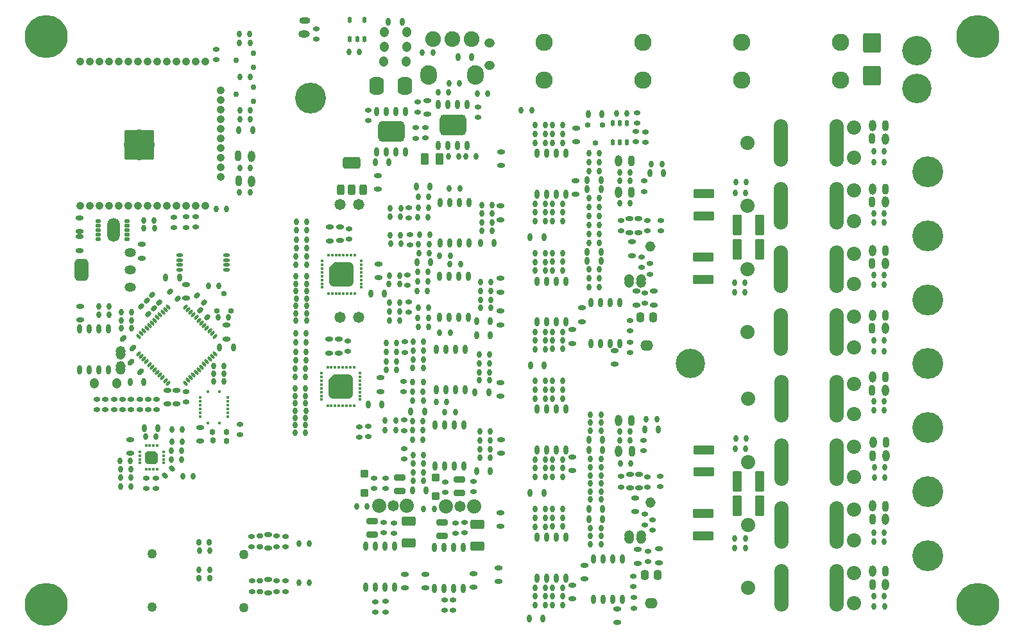
<source format=gbr>
%TF.GenerationSoftware,KiCad,Pcbnew,8.0.3*%
%TF.CreationDate,2024-09-02T13:54:09+02:00*%
%TF.ProjectId,uberamp1,75626572-616d-4703-912e-6b696361645f,rev?*%
%TF.SameCoordinates,Original*%
%TF.FileFunction,Soldermask,Top*%
%TF.FilePolarity,Negative*%
%FSLAX46Y46*%
G04 Gerber Fmt 4.6, Leading zero omitted, Abs format (unit mm)*
G04 Created by KiCad (PCBNEW 8.0.3) date 2024-09-02 13:54:09*
%MOMM*%
%LPD*%
G01*
G04 APERTURE LIST*
G04 Aperture macros list*
%AMRoundRect*
0 Rectangle with rounded corners*
0 $1 Rounding radius*
0 $2 $3 $4 $5 $6 $7 $8 $9 X,Y pos of 4 corners*
0 Add a 4 corners polygon primitive as box body*
4,1,4,$2,$3,$4,$5,$6,$7,$8,$9,$2,$3,0*
0 Add four circle primitives for the rounded corners*
1,1,$1+$1,$2,$3*
1,1,$1+$1,$4,$5*
1,1,$1+$1,$6,$7*
1,1,$1+$1,$8,$9*
0 Add four rect primitives between the rounded corners*
20,1,$1+$1,$2,$3,$4,$5,0*
20,1,$1+$1,$4,$5,$6,$7,0*
20,1,$1+$1,$6,$7,$8,$9,0*
20,1,$1+$1,$8,$9,$2,$3,0*%
%AMHorizOval*
0 Thick line with rounded ends*
0 $1 width*
0 $2 $3 position (X,Y) of the first rounded end (center of the circle)*
0 $4 $5 position (X,Y) of the second rounded end (center of the circle)*
0 Add line between two ends*
20,1,$1,$2,$3,$4,$5,0*
0 Add two circle primitives to create the rounded ends*
1,1,$1,$2,$3*
1,1,$1,$4,$5*%
%AMFreePoly0*
4,1,47,1.088548,1.587834,1.174997,1.579727,1.183999,1.577761,1.314830,1.531982,1.324845,1.526689,1.436370,1.444380,1.444380,1.436370,1.526689,1.324845,1.531982,1.314830,1.577761,1.183999,1.579727,1.174997,1.587834,1.088548,1.588000,1.085000,1.588000,-1.085000,1.587834,-1.088548,1.579727,-1.174997,1.577761,-1.183999,1.531982,-1.314830,1.526689,-1.324845,1.444380,-1.436370,
1.436370,-1.444380,1.324845,-1.526689,1.314830,-1.531982,1.183999,-1.577761,1.174997,-1.579727,1.088548,-1.587834,1.085000,-1.588000,-1.085000,-1.588000,-1.088548,-1.587834,-1.174997,-1.579727,-1.183999,-1.577761,-1.314830,-1.531982,-1.324845,-1.526689,-1.436370,-1.444380,-1.444380,-1.436370,-1.526689,-1.324845,-1.531982,-1.314830,-1.577761,-1.183999,-1.579727,-1.174997,-1.587834,-1.088548,
-1.588000,-1.085000,-1.588000,0.930000,-1.576870,0.956870,-0.956870,1.576870,-0.930000,1.588000,1.085000,1.588000,1.088548,1.587834,1.088548,1.587834,$1*%
%AMFreePoly1*
4,1,41,0.405944,0.837532,0.529551,0.817955,0.540859,0.814281,0.652366,0.757465,0.661984,0.750477,0.750477,0.661984,0.757465,0.652366,0.814281,0.540859,0.817955,0.529551,0.837532,0.405944,0.838000,0.400000,0.838000,-0.400000,0.837532,-0.405944,0.817955,-0.529551,0.814281,-0.540859,0.757465,-0.652366,0.750477,-0.661984,0.661984,-0.750477,0.652366,-0.757465,0.540859,-0.814281,
0.529551,-0.817955,0.405944,-0.837532,0.400000,-0.838000,-0.400000,-0.838000,-0.405944,-0.837532,-0.529551,-0.817955,-0.540859,-0.814281,-0.652366,-0.757465,-0.661984,-0.750477,-0.750477,-0.661984,-0.757465,-0.652366,-0.814281,-0.540859,-0.817955,-0.529551,-0.837532,-0.405944,-0.838000,-0.400000,-0.838000,0.480000,-0.826870,0.506870,-0.506870,0.826870,-0.480000,0.838000,0.400000,0.838000,
0.405944,0.837532,0.405944,0.837532,$1*%
%AMFreePoly2*
4,1,41,0.408445,0.842532,0.532824,0.822832,0.544131,0.819158,0.656336,0.761987,0.665954,0.754999,0.754999,0.665954,0.761987,0.656336,0.819158,0.544131,0.822832,0.532824,0.842532,0.408445,0.843000,0.402500,0.843000,-0.402500,0.842532,-0.408445,0.822832,-0.532824,0.819158,-0.544131,0.761987,-0.656336,0.754999,-0.665954,0.665954,-0.754999,0.656336,-0.761987,0.544131,-0.819158,
0.532824,-0.822832,0.408445,-0.842532,0.402500,-0.843000,-0.402500,-0.843000,-0.408445,-0.842532,-0.532824,-0.822832,-0.544131,-0.819158,-0.656336,-0.761987,-0.665954,-0.754999,-0.754999,-0.665954,-0.761987,-0.656336,-0.819158,-0.544131,-0.822832,-0.532824,-0.842532,-0.408445,-0.843000,-0.402500,-0.843000,0.483000,-0.831870,0.509870,-0.509870,0.831870,-0.483000,0.843000,0.402500,0.843000,
0.408445,0.842532,0.408445,0.842532,$1*%
G04 Aperture macros list end*
%ADD10C,0.650000*%
%ADD11C,0.690312*%
%ADD12RoundRect,0.242400X0.185600X-0.060600X0.185600X0.060600X-0.185600X0.060600X-0.185600X-0.060600X0*%
%ADD13O,0.886000X1.466000*%
%ADD14O,0.946000X1.486000*%
%ADD15RoundRect,0.242400X-0.060600X-0.185600X0.060600X-0.185600X0.060600X0.185600X-0.060600X0.185600X0*%
%ADD16RoundRect,0.240400X-0.231719X-0.146725X-0.146725X-0.231719X0.231719X0.146725X0.146725X0.231719X0*%
%ADD17RoundRect,0.242400X0.060600X0.185600X-0.060600X0.185600X-0.060600X-0.185600X0.060600X-0.185600X0*%
%ADD18RoundRect,0.240400X-0.267600X0.060100X-0.267600X-0.060100X0.267600X-0.060100X0.267600X0.060100X0*%
%ADD19RoundRect,0.207729X0.089027X-0.151527X0.089027X0.151527X-0.089027X0.151527X-0.089027X-0.151527X0*%
%ADD20RoundRect,0.240400X-0.060100X-0.267600X0.060100X-0.267600X0.060100X0.267600X-0.060100X0.267600X0*%
%ADD21O,1.226000X1.376000*%
%ADD22O,0.625996X1.205996*%
%ADD23RoundRect,0.240400X0.231719X0.146725X0.146725X0.231719X-0.231719X-0.146725X-0.146725X-0.231719X0*%
%ADD24C,3.676000*%
%ADD25C,5.676000*%
%ADD26RoundRect,0.242400X-0.185600X0.060600X-0.185600X-0.060600X0.185600X-0.060600X0.185600X0.060600X0*%
%ADD27RoundRect,0.250800X0.514700X-0.167200X0.514700X0.167200X-0.514700X0.167200X-0.514700X-0.167200X0*%
%ADD28RoundRect,0.250800X0.519700X-0.167200X0.519700X0.167200X-0.519700X0.167200X-0.519700X-0.167200X0*%
%ADD29C,4.076000*%
%ADD30RoundRect,0.240400X0.060100X0.267600X-0.060100X0.267600X-0.060100X-0.267600X0.060100X-0.267600X0*%
%ADD31RoundRect,0.169000X-0.169000X-0.219000X0.169000X-0.219000X0.169000X0.219000X-0.169000X0.219000X0*%
%ADD32RoundRect,0.242400X0.174090X0.088388X0.088388X0.174090X-0.174090X-0.088388X-0.088388X-0.174090X0*%
%ADD33RoundRect,0.240400X0.267600X-0.060100X0.267600X0.060100X-0.267600X0.060100X-0.267600X-0.060100X0*%
%ADD34RoundRect,0.432659X-0.108165X0.230341X-0.108165X-0.230341X0.108165X-0.230341X0.108165X0.230341X0*%
%ADD35O,1.665972X1.406000*%
%ADD36RoundRect,0.266521X0.671479X-0.346479X0.671479X0.346479X-0.671479X0.346479X-0.671479X-0.346479X0*%
%ADD37C,1.076000*%
%ADD38RoundRect,0.038000X1.900000X-1.900000X1.900000X1.900000X-1.900000X1.900000X-1.900000X-1.900000X0*%
%ADD39O,0.735998X0.845998*%
%ADD40O,1.876000X6.276000*%
%ADD41C,0.426000*%
%ADD42FreePoly0,0.000000*%
%ADD43C,3.276000*%
%ADD44RoundRect,0.242400X-0.088388X0.174090X-0.174090X0.088388X0.088388X-0.174090X0.174090X-0.088388X0*%
%ADD45RoundRect,0.169000X-0.219000X0.169000X-0.219000X-0.169000X0.219000X-0.169000X0.219000X0.169000X0*%
%ADD46O,0.576000X0.816000*%
%ADD47O,1.466000X0.886000*%
%ADD48O,1.486000X0.946000*%
%ADD49O,0.776000X0.526000*%
%ADD50O,1.676000X3.076000*%
%ADD51C,1.676000*%
%ADD52RoundRect,0.269000X0.269000X-0.269000X0.269000X0.269000X-0.269000X0.269000X-0.269000X-0.269000X0*%
%ADD53RoundRect,0.242400X-0.174090X-0.088388X-0.088388X-0.174090X0.174090X0.088388X0.088388X0.174090X0*%
%ADD54RoundRect,0.207729X-0.151527X-0.089027X0.151527X-0.089027X0.151527X0.089027X-0.151527X0.089027X0*%
%ADD55RoundRect,0.266521X-0.346479X-1.121479X0.346479X-1.121479X0.346479X1.121479X-0.346479X1.121479X0*%
%ADD56RoundRect,0.555200X1.182800X-0.832800X1.182800X0.832800X-1.182800X0.832800X-1.182800X-0.832800X0*%
%ADD57RoundRect,0.207729X0.151527X0.089027X-0.151527X0.089027X-0.151527X-0.089027X0.151527X-0.089027X0*%
%ADD58RoundRect,0.266521X1.121479X-0.346479X1.121479X0.346479X-1.121479X0.346479X-1.121479X-0.346479X0*%
%ADD59RoundRect,0.266521X-1.121479X0.346479X-1.121479X-0.346479X1.121479X-0.346479X1.121479X0.346479X0*%
%ADD60O,1.376000X1.226000*%
%ADD61FreePoly1,270.000000*%
%ADD62FreePoly2,270.000000*%
%ADD63RoundRect,0.244000X0.244000X-0.444000X0.244000X0.444000X-0.244000X0.444000X-0.244000X-0.444000X0*%
%ADD64RoundRect,0.400000X-0.781000X-0.400000X0.781000X-0.400000X0.781000X0.400000X-0.781000X0.400000X0*%
%ADD65RoundRect,0.258261X-0.929739X1.029739X-0.929739X-1.029739X0.929739X-1.029739X0.929739X1.029739X0*%
%ADD66C,3.876000*%
%ADD67RoundRect,0.667800X-0.286200X0.513200X-0.286200X-0.513200X0.286200X-0.513200X0.286200X0.513200X0*%
%ADD68HorizOval,0.386000X-0.134350X0.134350X0.134350X-0.134350X0*%
%ADD69HorizOval,0.386000X-0.134350X-0.134350X0.134350X0.134350X0*%
%ADD70O,0.866000X0.516000*%
%ADD71O,1.521000X1.176000*%
%ADD72RoundRect,0.446500X0.446500X0.991500X-0.446500X0.991500X-0.446500X-0.991500X0.446500X-0.991500X0*%
%ADD73RoundRect,0.269000X0.269000X0.494000X-0.269000X0.494000X-0.269000X-0.494000X0.269000X-0.494000X0*%
%ADD74C,1.876000*%
%ADD75C,1.576000*%
%ADD76C,2.276000*%
%ADD77O,2.213656X2.584714*%
%ADD78C,3.886000*%
%ADD79C,1.476000*%
%ADD80C,1.276000*%
%ADD81C,1.376000*%
%ADD82C,1.776000*%
%ADD83C,2.076000*%
G04 APERTURE END LIST*
%TO.C,JP2*%
D10*
X92365000Y-60030000D02*
G75*
G02*
X91715000Y-60030000I-325000J0D01*
G01*
X91715000Y-60030000D02*
G75*
G02*
X92365000Y-60030000I325000J0D01*
G01*
X92365000Y-60490000D02*
G75*
G02*
X91715000Y-60490000I-325000J0D01*
G01*
X91715000Y-60490000D02*
G75*
G02*
X92365000Y-60490000I325000J0D01*
G01*
%TO.C,JP4*%
D11*
X95197656Y-89525000D02*
G75*
G02*
X94507344Y-89525000I-345156J0D01*
G01*
X94507344Y-89525000D02*
G75*
G02*
X95197656Y-89525000I345156J0D01*
G01*
%TO.C,JP5*%
D10*
X92377500Y-93855000D02*
G75*
G02*
X91727500Y-93855000I-325000J0D01*
G01*
X91727500Y-93855000D02*
G75*
G02*
X92377500Y-93855000I325000J0D01*
G01*
X92377500Y-94315000D02*
G75*
G02*
X91727500Y-94315000I-325000J0D01*
G01*
X91727500Y-94315000D02*
G75*
G02*
X92377500Y-94315000I325000J0D01*
G01*
%TO.C,JP3*%
D11*
X95185156Y-55700000D02*
G75*
G02*
X94494844Y-55700000I-345156J0D01*
G01*
X94494844Y-55700000D02*
G75*
G02*
X95185156Y-55700000I345156J0D01*
G01*
%TO.C,JP6*%
D10*
X93957500Y-93855000D02*
G75*
G02*
X93307500Y-93855000I-325000J0D01*
G01*
X93307500Y-93855000D02*
G75*
G02*
X93957500Y-93855000I325000J0D01*
G01*
X93957500Y-94315000D02*
G75*
G02*
X93307500Y-94315000I-325000J0D01*
G01*
X93307500Y-94315000D02*
G75*
G02*
X93957500Y-94315000I325000J0D01*
G01*
%TO.C,JP1*%
X93945000Y-60030000D02*
G75*
G02*
X93295000Y-60030000I-325000J0D01*
G01*
X93295000Y-60030000D02*
G75*
G02*
X93945000Y-60030000I325000J0D01*
G01*
X93945000Y-60490000D02*
G75*
G02*
X93295000Y-60490000I-325000J0D01*
G01*
X93295000Y-60490000D02*
G75*
G02*
X93945000Y-60490000I325000J0D01*
G01*
%TO.C,JP8*%
X25260001Y-71500000D02*
G75*
G02*
X24610001Y-71500000I-325000J0D01*
G01*
X24610001Y-71500000D02*
G75*
G02*
X25260001Y-71500000I325000J0D01*
G01*
X25260001Y-71960000D02*
G75*
G02*
X24610001Y-71960000I-325000J0D01*
G01*
X24610001Y-71960000D02*
G75*
G02*
X25260001Y-71960000I325000J0D01*
G01*
%TO.C,JP7*%
X25263003Y-69520000D02*
G75*
G02*
X24613003Y-69520000I-325000J0D01*
G01*
X24613003Y-69520000D02*
G75*
G02*
X25263003Y-69520000I325000J0D01*
G01*
X25263003Y-69980000D02*
G75*
G02*
X24613003Y-69980000I-325000J0D01*
G01*
X24613003Y-69980000D02*
G75*
G02*
X25263003Y-69980000I325000J0D01*
G01*
%TD*%
D12*
%TO.C,R211*%
X50780000Y-28295000D03*
X50780000Y-26925000D03*
%TD*%
D13*
%TO.C,D6*%
X125895000Y-48135000D03*
D14*
X124155000Y-48125000D03*
%TD*%
D15*
%TO.C,R243*%
X40645000Y-28810000D03*
X42015000Y-28810000D03*
%TD*%
%TO.C,R173*%
X63465000Y-80000000D03*
X64835000Y-80000000D03*
%TD*%
%TO.C,R7*%
X90785000Y-45910000D03*
X92155000Y-45910000D03*
%TD*%
D16*
%TO.C,C78*%
X25276533Y-67856533D03*
X26563467Y-69143467D03*
%TD*%
D15*
%TO.C,C119*%
X67735000Y-77560000D03*
X69105000Y-77560000D03*
%TD*%
%TO.C,C121*%
X63525000Y-86650000D03*
X64895000Y-86650000D03*
%TD*%
%TO.C,R114*%
X64260000Y-55370000D03*
X65630000Y-55370000D03*
%TD*%
D17*
%TO.C,R18*%
X88125000Y-58747140D03*
X86755000Y-58747140D03*
%TD*%
D15*
%TO.C,R168*%
X72285000Y-72320000D03*
X73655000Y-72320000D03*
%TD*%
D18*
%TO.C,C102*%
X75120000Y-81210000D03*
X75120000Y-83030000D03*
%TD*%
D17*
%TO.C,C33*%
X125695000Y-52540000D03*
X124325000Y-52540000D03*
%TD*%
D19*
%TO.C,Q3*%
X42470000Y-32060000D03*
X40148756Y-31111256D03*
X42470000Y-30160000D03*
%TD*%
D20*
%TO.C,C109*%
X57590000Y-76612651D03*
X59410000Y-76612651D03*
%TD*%
D21*
%TO.C,C142*%
X24445000Y-73805000D03*
X21495000Y-73805000D03*
%TD*%
D18*
%TO.C,C99*%
X75100000Y-64240000D03*
X75100000Y-66060000D03*
%TD*%
D17*
%TO.C,R227*%
X36685000Y-95900000D03*
X35315000Y-95900000D03*
%TD*%
D13*
%TO.C,LED3*%
X92385000Y-82775000D03*
D14*
X90645000Y-82765000D03*
%TD*%
D22*
%TO.C,U8*%
X61124998Y-95320000D03*
X59855000Y-95320000D03*
X58585000Y-95320000D03*
X57315000Y-95320000D03*
X57315000Y-100700000D03*
X58585000Y-100700000D03*
X59855000Y-100700000D03*
X61125000Y-100700000D03*
%TD*%
D15*
%TO.C,R34*%
X77805000Y-37740000D03*
X79175000Y-37740000D03*
%TD*%
D23*
%TO.C,C143*%
X27563467Y-72273467D03*
X26276533Y-70986533D03*
%TD*%
D17*
%TO.C,R100*%
X57465000Y-90040000D03*
X56095000Y-90040000D03*
%TD*%
D24*
%TO.C,H3*%
X15080000Y-102960000D03*
D25*
X15080000Y-102960000D03*
%TD*%
D15*
%TO.C,R164*%
X63505000Y-73590000D03*
X64875000Y-73590000D03*
%TD*%
D26*
%TO.C,R142*%
X55060000Y-53375000D03*
X55060000Y-54745000D03*
%TD*%
D17*
%TO.C,R88*%
X83265000Y-103033334D03*
X81895000Y-103033334D03*
%TD*%
D27*
%TO.C,C69*%
X69670000Y-88280000D03*
D28*
X69670000Y-86480000D03*
%TD*%
D17*
%TO.C,R62*%
X83265000Y-57730000D03*
X81895000Y-57730000D03*
%TD*%
D24*
%TO.C,H4*%
X138080000Y-27960000D03*
D25*
X138080000Y-27960000D03*
%TD*%
D20*
%TO.C,C37*%
X86730000Y-81249998D03*
X88550000Y-81249998D03*
%TD*%
D15*
%TO.C,R140*%
X48095000Y-64510000D03*
X49465000Y-64510000D03*
%TD*%
%TO.C,R161*%
X63525000Y-70640000D03*
X64895000Y-70640000D03*
%TD*%
%TO.C,C122*%
X72355000Y-83570000D03*
X73725000Y-83570000D03*
%TD*%
%TO.C,R170*%
X59865000Y-79940000D03*
X61235000Y-79940000D03*
%TD*%
D29*
%TO.C,TP16*%
X131490000Y-45810000D03*
%TD*%
D15*
%TO.C,C116*%
X72285000Y-73380000D03*
X73655000Y-73380000D03*
%TD*%
D18*
%TO.C,CU28_3*%
X19540000Y-54420000D03*
X19540000Y-56240000D03*
%TD*%
D17*
%TO.C,R191*%
X23435000Y-63610000D03*
X22065000Y-63610000D03*
%TD*%
D26*
%TO.C,R25*%
X93660000Y-57125000D03*
X93660000Y-58495000D03*
%TD*%
D17*
%TO.C,R90*%
X83265000Y-101873334D03*
X81895000Y-101873334D03*
%TD*%
D15*
%TO.C,R110*%
X64160000Y-51820000D03*
X65530000Y-51820000D03*
%TD*%
D17*
%TO.C,R22*%
X96360000Y-44825000D03*
X94990000Y-44825000D03*
%TD*%
D30*
%TO.C,CRD0*%
X65790000Y-47820000D03*
X63970000Y-47820000D03*
%TD*%
D18*
%TO.C,C2*%
X95330000Y-61620000D03*
X95330000Y-63440000D03*
%TD*%
D26*
%TO.C,C111*%
X62490000Y-68315000D03*
X62490000Y-69685000D03*
%TD*%
D31*
%TO.C,D19*%
X36660000Y-94817500D03*
X35260000Y-94817500D03*
%TD*%
D15*
%TO.C,C138*%
X25025000Y-65470000D03*
X26395000Y-65470000D03*
%TD*%
D17*
%TO.C,C58*%
X107497500Y-81025000D03*
X106127500Y-81025000D03*
%TD*%
D15*
%TO.C,R174*%
X63435000Y-81260000D03*
X64805000Y-81260000D03*
%TD*%
D22*
%TO.C,U5*%
X83664998Y-77206666D03*
X82395000Y-77206666D03*
X81125000Y-77206666D03*
X79855000Y-77206666D03*
X79855000Y-82586666D03*
X81125000Y-82586666D03*
X82395000Y-82586666D03*
X83665000Y-82586666D03*
%TD*%
%TO.C,U3*%
X91187498Y-96945000D03*
X89917500Y-96945000D03*
X88647500Y-96945000D03*
X87377500Y-96945000D03*
X87377500Y-102325000D03*
X88647500Y-102325000D03*
X89917500Y-102325000D03*
X91187500Y-102325000D03*
%TD*%
D17*
%TO.C,R60*%
X83265000Y-56560000D03*
X81895000Y-56560000D03*
%TD*%
D30*
%TO.C,CU20*%
X62110000Y-26020000D03*
X60290000Y-26020000D03*
%TD*%
D12*
%TO.C,C42*%
X93950000Y-82675000D03*
X93950000Y-81305000D03*
%TD*%
%TO.C,R215*%
X31930000Y-53195000D03*
X31930000Y-51825000D03*
%TD*%
D15*
%TO.C,R137*%
X48105000Y-62570000D03*
X49475000Y-62570000D03*
%TD*%
%TO.C,R87*%
X79645000Y-103043334D03*
X81015000Y-103043334D03*
%TD*%
D32*
%TO.C,R192*%
X28604368Y-64594368D03*
X27635632Y-63625632D03*
%TD*%
D15*
%TO.C,C90*%
X67050000Y-56900000D03*
X68420000Y-56900000D03*
%TD*%
D18*
%TO.C,CU23*%
X27710000Y-55430000D03*
X27710000Y-57250000D03*
%TD*%
D12*
%TO.C,R20*%
X94430000Y-53630000D03*
X94430000Y-52260000D03*
%TD*%
D15*
%TO.C,C113*%
X63535000Y-68260000D03*
X64905000Y-68260000D03*
%TD*%
D17*
%TO.C,R40*%
X88325000Y-93963324D03*
X86955000Y-93963324D03*
%TD*%
D15*
%TO.C,R150*%
X47995000Y-79322651D03*
X49365000Y-79322651D03*
%TD*%
D29*
%TO.C,TP21*%
X131490000Y-71194998D03*
%TD*%
D17*
%TO.C,C66*%
X125735000Y-94680000D03*
X124365000Y-94680000D03*
%TD*%
%TO.C,R80*%
X83265000Y-39663334D03*
X81895000Y-39663334D03*
%TD*%
D15*
%TO.C,R213*%
X40675000Y-37750000D03*
X42045000Y-37750000D03*
%TD*%
%TO.C,C91*%
X72625000Y-53670000D03*
X73995000Y-53670000D03*
%TD*%
D33*
%TO.C,CU10*%
X58930000Y-48160000D03*
X58930000Y-46340000D03*
%TD*%
D15*
%TO.C,R180*%
X72355000Y-82510000D03*
X73725000Y-82510000D03*
%TD*%
D17*
%TO.C,R146*%
X49415000Y-70692651D03*
X48045000Y-70692651D03*
%TD*%
D15*
%TO.C,R163*%
X63485000Y-74840000D03*
X64855000Y-74840000D03*
%TD*%
D26*
%TO.C,R151*%
X54900000Y-68175000D03*
X54900000Y-69545000D03*
%TD*%
D15*
%TO.C,R107*%
X60540000Y-50640000D03*
X61910000Y-50640000D03*
%TD*%
D17*
%TO.C,R78*%
X83265000Y-73456666D03*
X81895000Y-73456666D03*
%TD*%
D26*
%TO.C,R233*%
X29715000Y-75920000D03*
X29715000Y-77290000D03*
%TD*%
D30*
%TO.C,C154*%
X29870000Y-79670000D03*
X28050000Y-79670000D03*
%TD*%
D17*
%TO.C,C32*%
X125695000Y-60730000D03*
X124325000Y-60730000D03*
%TD*%
D15*
%TO.C,R122*%
X64110000Y-60350000D03*
X65480000Y-60350000D03*
%TD*%
%TO.C,R109*%
X64190000Y-50560000D03*
X65560000Y-50560000D03*
%TD*%
D12*
%TO.C,R104*%
X59870000Y-103975000D03*
X59870000Y-102605000D03*
%TD*%
D30*
%TO.C,CU30*%
X32700000Y-59810000D03*
X30880000Y-59810000D03*
%TD*%
D17*
%TO.C,R132*%
X49515000Y-55880000D03*
X48145000Y-55880000D03*
%TD*%
D20*
%TO.C,C16*%
X86515000Y-48152856D03*
X88335000Y-48152856D03*
%TD*%
D17*
%TO.C,R17*%
X88125000Y-55232856D03*
X86755000Y-55232856D03*
%TD*%
D13*
%TO.C,D10*%
X124135000Y-91715000D03*
D14*
X125875000Y-91725000D03*
%TD*%
D15*
%TO.C,R165*%
X63525000Y-69500000D03*
X64895000Y-69500000D03*
%TD*%
D17*
%TO.C,R75*%
X66315000Y-90400000D03*
X64945000Y-90400000D03*
%TD*%
D18*
%TO.C,CU22*%
X38940000Y-66110000D03*
X38940000Y-67930000D03*
%TD*%
D15*
%TO.C,R175*%
X63525000Y-84350000D03*
X64895000Y-84350000D03*
%TD*%
%TO.C,R61*%
X79645000Y-57740000D03*
X81015000Y-57740000D03*
%TD*%
D18*
%TO.C,C137*%
X31110000Y-74680000D03*
X31110000Y-76500000D03*
%TD*%
%TO.C,C108*%
X59260000Y-73040000D03*
X59260000Y-74860000D03*
%TD*%
%TO.C,C107*%
X52470000Y-67950000D03*
X52470000Y-69770000D03*
%TD*%
D15*
%TO.C,R129*%
X72405000Y-62770000D03*
X73775000Y-62770000D03*
%TD*%
D17*
%TO.C,R27*%
X125695000Y-59460000D03*
X124325000Y-59460000D03*
%TD*%
D32*
%TO.C,R194*%
X30034368Y-63104368D03*
X29065632Y-62135632D03*
%TD*%
D33*
%TO.C,C133*%
X33590000Y-62530000D03*
X33590000Y-60710000D03*
%TD*%
D15*
%TO.C,R116*%
X64280000Y-56580000D03*
X65650000Y-56580000D03*
%TD*%
D20*
%TO.C,C82*%
X38000000Y-69070000D03*
X39820000Y-69070000D03*
%TD*%
D26*
%TO.C,R237*%
X25192142Y-75920000D03*
X25192142Y-77290000D03*
%TD*%
D18*
%TO.C,C147*%
X44410000Y-99670000D03*
X44410000Y-101490000D03*
%TD*%
D15*
%TO.C,R128*%
X64200000Y-66370000D03*
X65570000Y-66370000D03*
%TD*%
D24*
%TO.C,H2*%
X138080000Y-102960000D03*
D25*
X138080000Y-102960000D03*
%TD*%
D13*
%TO.C,D12*%
X124125000Y-74690000D03*
D14*
X125865000Y-74700000D03*
%TD*%
D12*
%TO.C,R187*%
X64140000Y-37985000D03*
X64140000Y-36615000D03*
%TD*%
D17*
%TO.C,C5*%
X88110000Y-43410000D03*
X86740000Y-43410000D03*
%TD*%
D15*
%TO.C,R115*%
X64380000Y-54100000D03*
X65750000Y-54100000D03*
%TD*%
D33*
%TO.C,C97*%
X75070000Y-52180000D03*
X75070000Y-50360000D03*
%TD*%
D13*
%TO.C,D8*%
X125895000Y-39760000D03*
D14*
X124155000Y-39750000D03*
%TD*%
D17*
%TO.C,C41*%
X88325000Y-95030000D03*
X86955000Y-95030000D03*
%TD*%
D20*
%TO.C,C47*%
X86730000Y-91689992D03*
X88550000Y-91689992D03*
%TD*%
D15*
%TO.C,R182*%
X72035000Y-35530000D03*
X73405000Y-35530000D03*
%TD*%
%TO.C,R117*%
X72625000Y-52523332D03*
X73995000Y-52523332D03*
%TD*%
D26*
%TO.C,R190*%
X33610000Y-74895000D03*
X33610000Y-76265000D03*
%TD*%
D13*
%TO.C,D9*%
X124135000Y-100350000D03*
D14*
X125875000Y-100360000D03*
%TD*%
D17*
%TO.C,C34*%
X125695000Y-44570000D03*
X124325000Y-44570000D03*
%TD*%
D33*
%TO.C,C81*%
X85090000Y-41895001D03*
X85090000Y-40075001D03*
%TD*%
D29*
%TO.C,TP18*%
X131490000Y-79656664D03*
%TD*%
D15*
%TO.C,R108*%
X72625000Y-51376666D03*
X73995000Y-51376666D03*
%TD*%
%TO.C,R155*%
X47985000Y-76432651D03*
X49355000Y-76432651D03*
%TD*%
%TO.C,R125*%
X64185000Y-63760000D03*
X65555000Y-63760000D03*
%TD*%
D17*
%TO.C,R9*%
X92195000Y-50030000D03*
X90825000Y-50030000D03*
%TD*%
%TO.C,R29*%
X125705000Y-43150000D03*
X124335000Y-43150000D03*
%TD*%
%TO.C,R32*%
X88325000Y-80043332D03*
X86955000Y-80043332D03*
%TD*%
D15*
%TO.C,R120*%
X60395000Y-64280000D03*
X61765000Y-64280000D03*
%TD*%
D26*
%TO.C,R101*%
X59680000Y-92175000D03*
X59680000Y-93545000D03*
%TD*%
D15*
%TO.C,R63*%
X81895000Y-66990000D03*
X83265000Y-66990000D03*
%TD*%
%TO.C,R166*%
X72285000Y-71160000D03*
X73655000Y-71160000D03*
%TD*%
%TO.C,C20*%
X105990000Y-61725000D03*
X107360000Y-61725000D03*
%TD*%
%TO.C,R179*%
X63535000Y-85520000D03*
X64905000Y-85520000D03*
%TD*%
D18*
%TO.C,C13*%
X92980000Y-61620000D03*
X92980000Y-63440000D03*
%TD*%
D15*
%TO.C,R123*%
X64080000Y-61610000D03*
X65450000Y-61610000D03*
%TD*%
D18*
%TO.C,C43*%
X92880000Y-88920000D03*
X92880000Y-90740000D03*
%TD*%
D15*
%TO.C,R186*%
X25015000Y-66540000D03*
X26385000Y-66540000D03*
%TD*%
%TO.C,R58*%
X79645000Y-58910000D03*
X81015000Y-58910000D03*
%TD*%
D26*
%TO.C,R44*%
X94530000Y-95925000D03*
X94530000Y-97295000D03*
%TD*%
D15*
%TO.C,R119*%
X60365000Y-60680000D03*
X61735000Y-60680000D03*
%TD*%
D17*
%TO.C,R14*%
X88125000Y-59918568D03*
X86755000Y-59918568D03*
%TD*%
D15*
%TO.C,R159*%
X60005000Y-72040000D03*
X61375000Y-72040000D03*
%TD*%
D17*
%TO.C,R152*%
X49365000Y-71852651D03*
X47995000Y-71852651D03*
%TD*%
%TO.C,R229*%
X26300000Y-86230000D03*
X24930000Y-86230000D03*
%TD*%
%TO.C,R235*%
X33065000Y-81470000D03*
X31695000Y-81470000D03*
%TD*%
D15*
%TO.C,R54*%
X79645000Y-69250000D03*
X81015000Y-69250000D03*
%TD*%
D33*
%TO.C,CU8*%
X62420000Y-100790000D03*
X62420000Y-98970000D03*
%TD*%
D13*
%TO.C,D1*%
X124125000Y-66495000D03*
D14*
X125865000Y-66505000D03*
%TD*%
D15*
%TO.C,R177*%
X63485000Y-78760000D03*
X64855000Y-78760000D03*
%TD*%
D12*
%TO.C,C126*%
X57640000Y-39085000D03*
X57640000Y-37715000D03*
%TD*%
D30*
%TO.C,CU18_1*%
X71260000Y-30670000D03*
X69440000Y-30670000D03*
%TD*%
D15*
%TO.C,R82*%
X81895000Y-83886666D03*
X83265000Y-83886666D03*
%TD*%
D22*
%TO.C,U16*%
X70429998Y-69260000D03*
X69160000Y-69260000D03*
X67890000Y-69260000D03*
X66620000Y-69260000D03*
X66620000Y-74640000D03*
X67890000Y-74640000D03*
X69160000Y-74640000D03*
X70430000Y-74640000D03*
%TD*%
D34*
%TO.C,RV2*%
X94077500Y-99122500D03*
D35*
X94942493Y-102817500D03*
D34*
X95814652Y-99127500D03*
%TD*%
D36*
%TO.C,C76*%
X62920000Y-94895000D03*
X62920000Y-91945000D03*
%TD*%
D20*
%TO.C,C141*%
X26180000Y-73600000D03*
X28000000Y-73600000D03*
%TD*%
D13*
%TO.C,LED2*%
X92355000Y-48550000D03*
D14*
X90615000Y-48540000D03*
%TD*%
D30*
%TO.C,CU19_0*%
X60350000Y-44590000D03*
X58530000Y-44590000D03*
%TD*%
D17*
%TO.C,R11*%
X88110000Y-44595714D03*
X86740000Y-44595714D03*
%TD*%
D37*
%TO.C,U26*%
X19640000Y-50320000D03*
X20910000Y-50320000D03*
X22180000Y-50320000D03*
X23450000Y-50320000D03*
X24720000Y-50320000D03*
X25990000Y-50320000D03*
X27260000Y-50320000D03*
X28530000Y-50320000D03*
X29800000Y-50320000D03*
X31070000Y-50320000D03*
X32340000Y-50320000D03*
X33610000Y-50320000D03*
X34880000Y-50320000D03*
X36150000Y-50320000D03*
X38170000Y-46510000D03*
X38170000Y-45240000D03*
X38170000Y-43970000D03*
X38170000Y-42700000D03*
X38170000Y-41430000D03*
X38170000Y-40160000D03*
X38170000Y-38890000D03*
X38170000Y-37620000D03*
X38170000Y-36350000D03*
X38170000Y-35080000D03*
X36140000Y-31280000D03*
X34870000Y-31280000D03*
X33600000Y-31280000D03*
X32330000Y-31280000D03*
X31060000Y-31280000D03*
X29790000Y-31280000D03*
X28520000Y-31280000D03*
X27250000Y-31280000D03*
X25980000Y-31280000D03*
X24710000Y-31280000D03*
X23440000Y-31280000D03*
X22170000Y-31280000D03*
X20900000Y-31280000D03*
X19630000Y-31280000D03*
D38*
X27360000Y-42300000D03*
D29*
X27360000Y-42300000D03*
%TD*%
D17*
%TO.C,C144*%
X23410000Y-64750000D03*
X22040000Y-64750000D03*
%TD*%
D39*
%TO.C,U21*%
X37095000Y-81344349D03*
X38874999Y-81359348D03*
X38875000Y-80214349D03*
X37085000Y-80214349D03*
%TD*%
D17*
%TO.C,R67*%
X83265000Y-86136666D03*
X81895000Y-86136666D03*
%TD*%
D40*
%TO.C,C28*%
X119445000Y-58666666D03*
X112105000Y-58666666D03*
%TD*%
D20*
%TO.C,C18*%
X86530000Y-57575712D03*
X88350000Y-57575712D03*
%TD*%
D17*
%TO.C,C21*%
X107485000Y-47200000D03*
X106115000Y-47200000D03*
%TD*%
D15*
%TO.C,C114*%
X72285000Y-69940000D03*
X73655000Y-69940000D03*
%TD*%
D22*
%TO.C,U11*%
X70944998Y-49880000D03*
X69675000Y-49880000D03*
X68405000Y-49880000D03*
X67135000Y-49880000D03*
X67135000Y-55260000D03*
X68405000Y-55260000D03*
X69675000Y-55260000D03*
X70945000Y-55260000D03*
%TD*%
D15*
%TO.C,C93*%
X72405000Y-60390000D03*
X73775000Y-60390000D03*
%TD*%
D13*
%TO.C,D13*%
X125875000Y-98615000D03*
D14*
X124135000Y-98605000D03*
%TD*%
D18*
%TO.C,C103*%
X74830000Y-98130000D03*
X74830000Y-99950000D03*
%TD*%
D15*
%TO.C,R167*%
X63505000Y-76050000D03*
X64875000Y-76050000D03*
%TD*%
D26*
%TO.C,R36*%
X95142500Y-91810000D03*
X95142500Y-93180000D03*
%TD*%
D17*
%TO.C,R97*%
X83265000Y-91523334D03*
X81895000Y-91523334D03*
%TD*%
D41*
%TO.C,U9*%
X51550000Y-57620000D03*
X51550000Y-58120000D03*
X51550000Y-58620000D03*
X51550000Y-59120000D03*
X51550000Y-59620000D03*
X51550000Y-60120000D03*
X51550000Y-60620000D03*
X51550000Y-61120000D03*
X52350000Y-61920000D03*
X52850000Y-61920000D03*
X53350000Y-61920000D03*
X53850000Y-61920000D03*
X54350000Y-61920000D03*
X54850000Y-61920000D03*
X55350000Y-61920000D03*
X55850000Y-61920000D03*
X56650000Y-61120000D03*
X56650000Y-60620000D03*
X56650000Y-60120000D03*
X56650000Y-59620000D03*
X56650000Y-59120000D03*
X56650000Y-58620000D03*
X56650000Y-58120000D03*
X56650000Y-57620000D03*
X55850000Y-56820000D03*
X55350000Y-56820000D03*
X54850000Y-56820000D03*
X54350000Y-56820000D03*
X53850000Y-56820000D03*
X53350000Y-56820000D03*
X52850000Y-56820000D03*
X52350000Y-56820000D03*
D42*
X54100000Y-59370000D03*
D43*
X54100000Y-59370000D03*
%TD*%
D27*
%TO.C,C70*%
X67320000Y-93910000D03*
D28*
X67320000Y-92110000D03*
%TD*%
D15*
%TO.C,R134*%
X48085000Y-59660000D03*
X49455000Y-59660000D03*
%TD*%
D13*
%TO.C,D7*%
X124125000Y-41470000D03*
D14*
X125865000Y-41480000D03*
%TD*%
D44*
%TO.C,R224*%
X31719368Y-85035632D03*
X30750632Y-86004368D03*
%TD*%
D17*
%TO.C,C35*%
X88325000Y-77910000D03*
X86955000Y-77910000D03*
%TD*%
D15*
%TO.C,R1*%
X79645000Y-42013334D03*
X81015000Y-42013334D03*
%TD*%
%TO.C,C115*%
X66595000Y-76240000D03*
X67965000Y-76240000D03*
%TD*%
D26*
%TO.C,R172*%
X57600000Y-79475000D03*
X57600000Y-80845000D03*
%TD*%
D15*
%TO.C,R144*%
X47985000Y-80282651D03*
X49355000Y-80282651D03*
%TD*%
D17*
%TO.C,R154*%
X49395000Y-69592651D03*
X48025000Y-69592651D03*
%TD*%
%TO.C,C68*%
X125695000Y-77360000D03*
X124325000Y-77360000D03*
%TD*%
%TO.C,R195*%
X56465000Y-30010000D03*
X55095000Y-30010000D03*
%TD*%
D18*
%TO.C,CU4*%
X84530000Y-66680000D03*
X84530000Y-68500000D03*
%TD*%
D15*
%TO.C,R91*%
X79645000Y-92703334D03*
X81015000Y-92703334D03*
%TD*%
D26*
%TO.C,R205*%
X45510000Y-99895000D03*
X45510000Y-101265000D03*
%TD*%
%TO.C,R203*%
X42220000Y-93975000D03*
X42220000Y-95345000D03*
%TD*%
D20*
%TO.C,C104*%
X40560000Y-40330000D03*
X42380000Y-40330000D03*
%TD*%
D45*
%TO.C,D21*%
X43310000Y-95350000D03*
X43310000Y-93950000D03*
%TD*%
D18*
%TO.C,C136*%
X32340000Y-74680000D03*
X32340000Y-76500000D03*
%TD*%
D15*
%TO.C,C120*%
X72355000Y-80130000D03*
X73725000Y-80130000D03*
%TD*%
D12*
%TO.C,C160*%
X24061428Y-77290000D03*
X24061428Y-75920000D03*
%TD*%
D46*
%TO.C,U13*%
X89840000Y-41925001D03*
X90790000Y-41925001D03*
X91740000Y-41925001D03*
X91740000Y-39405001D03*
X90790000Y-39405001D03*
X89840000Y-39405001D03*
%TD*%
D15*
%TO.C,R56*%
X79645000Y-68100000D03*
X81015000Y-68100000D03*
%TD*%
D47*
%TO.C,D18*%
X49205000Y-25867499D03*
D48*
X49195000Y-27607499D03*
%TD*%
D15*
%TO.C,C19*%
X105990000Y-60450000D03*
X107360000Y-60450000D03*
%TD*%
D40*
%TO.C,C61*%
X119457500Y-100825000D03*
X112117500Y-100825000D03*
%TD*%
D15*
%TO.C,R178*%
X72355000Y-81350000D03*
X73725000Y-81350000D03*
%TD*%
%TO.C,C139*%
X25045000Y-64380000D03*
X26415000Y-64380000D03*
%TD*%
D12*
%TO.C,R47*%
X94490000Y-87515000D03*
X94490000Y-86145000D03*
%TD*%
%TO.C,R200*%
X94200000Y-41940001D03*
X94200000Y-40570001D03*
%TD*%
D17*
%TO.C,R3*%
X83265000Y-52343334D03*
X81895000Y-52343334D03*
%TD*%
D15*
%TO.C,R89*%
X79645000Y-101893334D03*
X81015000Y-101893334D03*
%TD*%
%TO.C,C88*%
X68325000Y-48050000D03*
X69695000Y-48050000D03*
%TD*%
%TO.C,R106*%
X60500000Y-51790000D03*
X61870000Y-51790000D03*
%TD*%
%TO.C,R138*%
X48085000Y-60640000D03*
X49455000Y-60640000D03*
%TD*%
D45*
%TO.C,D22*%
X43310000Y-101280000D03*
X43310000Y-99880000D03*
%TD*%
D17*
%TO.C,R69*%
X83265000Y-84976666D03*
X81895000Y-84976666D03*
%TD*%
D15*
%TO.C,R121*%
X60410000Y-63100000D03*
X61780000Y-63100000D03*
%TD*%
D18*
%TO.C,C51*%
X93370000Y-85780000D03*
X93370000Y-87600000D03*
%TD*%
D33*
%TO.C,CU3*%
X86172500Y-99625000D03*
X86172500Y-97805000D03*
%TD*%
D49*
%TO.C,U23*%
X25785000Y-54720000D03*
X25785000Y-54130000D03*
X25785000Y-53530000D03*
X25785000Y-52920000D03*
X25785000Y-52320000D03*
X21945000Y-52330000D03*
X21945000Y-52930000D03*
X21945000Y-53530000D03*
X21945000Y-54130000D03*
X21945000Y-54730000D03*
D50*
X23990000Y-53510000D03*
D51*
X23985000Y-54210000D03*
X23985000Y-52820000D03*
%TD*%
D15*
%TO.C,R4*%
X79645000Y-50103334D03*
X81015000Y-50103334D03*
%TD*%
D20*
%TO.C,CRP1*%
X79022500Y-71420000D03*
X80842500Y-71420000D03*
%TD*%
D33*
%TO.C,C96*%
X75130000Y-45030000D03*
X75130000Y-43210000D03*
%TD*%
D17*
%TO.C,R246*%
X42015000Y-48530000D03*
X40645000Y-48530000D03*
%TD*%
D15*
%TO.C,R118*%
X60405000Y-59530000D03*
X61775000Y-59530000D03*
%TD*%
D12*
%TO.C,C89*%
X63155000Y-55480000D03*
X63155000Y-54110000D03*
%TD*%
D15*
%TO.C,R153*%
X47985000Y-75452651D03*
X49355000Y-75452651D03*
%TD*%
D17*
%TO.C,R50*%
X125735000Y-93470000D03*
X124365000Y-93470000D03*
%TD*%
D13*
%TO.C,LED1*%
X92355000Y-44405000D03*
D14*
X90615000Y-44395000D03*
%TD*%
D15*
%TO.C,R59*%
X79645000Y-56570000D03*
X81015000Y-56570000D03*
%TD*%
%TO.C,R6*%
X81895000Y-50093334D03*
X83265000Y-50093334D03*
%TD*%
%TO.C,C95*%
X72405000Y-63830000D03*
X73775000Y-63830000D03*
%TD*%
D30*
%TO.C,C80*%
X88459999Y-38225001D03*
X86639999Y-38225001D03*
%TD*%
D40*
%TO.C,C27*%
X119445000Y-67000000D03*
X112105000Y-67000000D03*
%TD*%
D15*
%TO.C,R113*%
X60500000Y-54190000D03*
X61870000Y-54190000D03*
%TD*%
D24*
%TO.C,H5*%
X15080000Y-27960000D03*
D25*
X15080000Y-27960000D03*
%TD*%
D15*
%TO.C,R141*%
X48085000Y-65470000D03*
X49455000Y-65470000D03*
%TD*%
D22*
%TO.C,U4*%
X83664998Y-60310000D03*
X82395000Y-60310000D03*
X81125000Y-60310000D03*
X79855000Y-60310000D03*
X79855000Y-65690000D03*
X81125000Y-65690000D03*
X82395000Y-65690000D03*
X83665000Y-65690000D03*
%TD*%
D46*
%TO.C,U25*%
X55200000Y-28305000D03*
X56150000Y-28305000D03*
X57100000Y-28305000D03*
X57100000Y-25785000D03*
X55200000Y-25785000D03*
%TD*%
D17*
%TO.C,R45*%
X95685000Y-78540000D03*
X94315000Y-78540000D03*
%TD*%
%TO.C,C8*%
X88110000Y-51710000D03*
X86740000Y-51710000D03*
%TD*%
D15*
%TO.C,C94*%
X67055000Y-67110000D03*
X68425000Y-67110000D03*
%TD*%
D17*
%TO.C,C67*%
X125755000Y-86210000D03*
X124385000Y-86210000D03*
%TD*%
D15*
%TO.C,R77*%
X79645000Y-73466666D03*
X81015000Y-73466666D03*
%TD*%
D52*
%TO.C,D17*%
X66530000Y-88720000D03*
X66530000Y-86220000D03*
%TD*%
D53*
%TO.C,R197*%
X34985632Y-62155632D03*
X35954368Y-63124368D03*
%TD*%
D41*
%TO.C,U14*%
X51450000Y-72432651D03*
X51450000Y-72932651D03*
X51450000Y-73432651D03*
X51450000Y-73932651D03*
X51450000Y-74432651D03*
X51450000Y-74932651D03*
X51450000Y-75432651D03*
X51450000Y-75932651D03*
X52250000Y-76732651D03*
X52750000Y-76732651D03*
X53250000Y-76732651D03*
X53750000Y-76732651D03*
X54250000Y-76732651D03*
X54750000Y-76732651D03*
X55250000Y-76732651D03*
X55750000Y-76732651D03*
X56550000Y-75932651D03*
X56550000Y-75432651D03*
X56550000Y-74932651D03*
X56550000Y-74432651D03*
X56550000Y-73932651D03*
X56550000Y-73432651D03*
X56550000Y-72932651D03*
X56550000Y-72432651D03*
X55750000Y-71632651D03*
X55250000Y-71632651D03*
X54750000Y-71632651D03*
X54250000Y-71632651D03*
X53750000Y-71632651D03*
X53250000Y-71632651D03*
X52750000Y-71632651D03*
X52250000Y-71632651D03*
D42*
X54000000Y-74182651D03*
D43*
X54000000Y-74182651D03*
%TD*%
D53*
%TO.C,C140*%
X31491264Y-61631264D03*
X32460000Y-62600000D03*
%TD*%
D15*
%TO.C,R157*%
X59995000Y-68440000D03*
X61365000Y-68440000D03*
%TD*%
D17*
%TO.C,C40*%
X88325000Y-87003328D03*
X86955000Y-87003328D03*
%TD*%
D15*
%TO.C,R209*%
X37235000Y-71480000D03*
X38605000Y-71480000D03*
%TD*%
D17*
%TO.C,R12*%
X88110000Y-50524284D03*
X86740000Y-50524284D03*
%TD*%
D20*
%TO.C,C17*%
X86530000Y-56404284D03*
X88350000Y-56404284D03*
%TD*%
D15*
%TO.C,R92*%
X79645000Y-40843334D03*
X81015000Y-40843334D03*
%TD*%
D33*
%TO.C,CU978*%
X53920000Y-54930000D03*
X53920000Y-53110000D03*
%TD*%
D12*
%TO.C,R232*%
X28320000Y-87645000D03*
X28320000Y-86275000D03*
%TD*%
D32*
%TO.C,R198*%
X36369368Y-65074368D03*
X35400632Y-64105632D03*
%TD*%
D26*
%TO.C,R24*%
X94820000Y-57975000D03*
X94820000Y-59345000D03*
%TD*%
%TO.C,R171*%
X56480000Y-79495000D03*
X56480000Y-80865000D03*
%TD*%
%TO.C,R73*%
X69120000Y-92225000D03*
X69120000Y-93595000D03*
%TD*%
D15*
%TO.C,R149*%
X47985000Y-74472651D03*
X49355000Y-74472651D03*
%TD*%
%TO.C,R221*%
X47995000Y-72922651D03*
X49365000Y-72922651D03*
%TD*%
D18*
%TO.C,C48*%
X95940000Y-95650000D03*
X95940000Y-97470000D03*
%TD*%
%TO.C,C11*%
X92120000Y-52035000D03*
X92120000Y-53855000D03*
%TD*%
D15*
%TO.C,R86*%
X79645000Y-100793334D03*
X81015000Y-100793334D03*
%TD*%
D17*
%TO.C,R183*%
X69555000Y-43780000D03*
X68185000Y-43780000D03*
%TD*%
D33*
%TO.C,CU28_4*%
X19560000Y-53720000D03*
X19560000Y-51900000D03*
%TD*%
D12*
%TO.C,C112*%
X62270000Y-74915000D03*
X62270000Y-73545000D03*
%TD*%
D26*
%TO.C,C117*%
X62370000Y-78635000D03*
X62370000Y-80005000D03*
%TD*%
D22*
%TO.C,U15*%
X19540002Y-71980000D03*
X20810000Y-71980000D03*
X22080000Y-71980000D03*
X23350000Y-71980000D03*
X23350000Y-66600000D03*
X22080000Y-66600000D03*
X20810000Y-66600000D03*
X19540000Y-66600000D03*
%TD*%
D20*
%TO.C,C38*%
X86730000Y-82596664D03*
X88550000Y-82596664D03*
%TD*%
D52*
%TO.C,D23*%
X57120000Y-88220000D03*
X57120000Y-85720000D03*
%TD*%
D34*
%TO.C,RV1*%
X93490003Y-65090000D03*
D35*
X94354996Y-68785000D03*
D34*
X95227155Y-65095000D03*
%TD*%
D17*
%TO.C,R236*%
X36675000Y-98440000D03*
X35305000Y-98440000D03*
%TD*%
D54*
%TO.C,Q1*%
X37620000Y-64230000D03*
X38568744Y-61908756D03*
X39520000Y-64230000D03*
%TD*%
D22*
%TO.C,U12*%
X70864998Y-59670000D03*
X69595000Y-59670000D03*
X68325000Y-59670000D03*
X67055000Y-59670000D03*
X67055000Y-65050000D03*
X68325000Y-65050000D03*
X69595000Y-65050000D03*
X70865000Y-65050000D03*
%TD*%
D26*
%TO.C,R202*%
X45520000Y-93965000D03*
X45520000Y-95335000D03*
%TD*%
D40*
%TO.C,C62*%
X119457500Y-92491666D03*
X112117500Y-92491666D03*
%TD*%
D12*
%TO.C,C50*%
X92640000Y-103465000D03*
X92640000Y-102095000D03*
%TD*%
D15*
%TO.C,C86*%
X72625000Y-50230000D03*
X73995000Y-50230000D03*
%TD*%
D26*
%TO.C,C156*%
X29560000Y-86325000D03*
X29560000Y-87695000D03*
%TD*%
D22*
%TO.C,U7*%
X70164998Y-95480000D03*
X68895000Y-95480000D03*
X67625000Y-95480000D03*
X66355000Y-95480000D03*
X66355000Y-100860000D03*
X67625000Y-100860000D03*
X68895000Y-100860000D03*
X70165000Y-100860000D03*
%TD*%
D17*
%TO.C,R206*%
X49825000Y-100150000D03*
X48455000Y-100150000D03*
%TD*%
D15*
%TO.C,R68*%
X79645000Y-84996666D03*
X81015000Y-84996666D03*
%TD*%
D26*
%TO.C,C148*%
X46670000Y-99895000D03*
X46670000Y-101265000D03*
%TD*%
D33*
%TO.C,CU1*%
X84930000Y-48810000D03*
X84930000Y-46990000D03*
%TD*%
D12*
%TO.C,C3*%
X94060000Y-48435000D03*
X94060000Y-47065000D03*
%TD*%
D15*
%TO.C,R220*%
X48095000Y-58110000D03*
X49465000Y-58110000D03*
%TD*%
D20*
%TO.C,CU9*%
X71900000Y-65550000D03*
X73720000Y-65550000D03*
%TD*%
D29*
%TO.C,TP22*%
X131490000Y-88118330D03*
%TD*%
D20*
%TO.C,C15*%
X86515000Y-46967142D03*
X88335000Y-46967142D03*
%TD*%
D17*
%TO.C,R39*%
X88325000Y-88069994D03*
X86955000Y-88069994D03*
%TD*%
D20*
%TO.C,CU11*%
X72400000Y-55270000D03*
X74220000Y-55270000D03*
%TD*%
D55*
%TO.C,C59*%
X106337500Y-89925000D03*
X109287500Y-89925000D03*
%TD*%
D15*
%TO.C,R76*%
X79645000Y-39673334D03*
X81015000Y-39673334D03*
%TD*%
%TO.C,R185*%
X37805000Y-65090000D03*
X39175000Y-65090000D03*
%TD*%
%TO.C,C57*%
X106002500Y-95550000D03*
X107372500Y-95550000D03*
%TD*%
D12*
%TO.C,R71*%
X67670000Y-103785000D03*
X67670000Y-102415000D03*
%TD*%
D15*
%TO.C,C54*%
X106002500Y-94275000D03*
X107372500Y-94275000D03*
%TD*%
D33*
%TO.C,CU2*%
X85780003Y-65650000D03*
X85780003Y-63830000D03*
%TD*%
D22*
%TO.C,U18*%
X66855002Y-42360000D03*
X68125000Y-42360000D03*
X69395000Y-42360000D03*
X70665000Y-42360000D03*
X70665000Y-36980000D03*
X69395000Y-36980000D03*
X68125000Y-36980000D03*
X66855000Y-36980000D03*
D56*
X68760000Y-39670000D03*
X68760000Y-39670000D03*
%TD*%
D17*
%TO.C,R15*%
X88110000Y-45781428D03*
X86740000Y-45781428D03*
%TD*%
D12*
%TO.C,R103*%
X58540000Y-104045000D03*
X58540000Y-102675000D03*
%TD*%
%TO.C,R216*%
X33560000Y-53170000D03*
X33560000Y-51800000D03*
%TD*%
D17*
%TO.C,R240*%
X91755000Y-38135001D03*
X90385000Y-38135001D03*
%TD*%
%TO.C,R148*%
X49395000Y-68362651D03*
X48025000Y-68362651D03*
%TD*%
D15*
%TO.C,C92*%
X68405000Y-58070000D03*
X69775000Y-58070000D03*
%TD*%
D17*
%TO.C,C124*%
X69665000Y-34150000D03*
X68295000Y-34150000D03*
%TD*%
D12*
%TO.C,C9*%
X92180003Y-69705000D03*
X92180003Y-68335000D03*
%TD*%
D57*
%TO.C,Q4*%
X88510000Y-39695001D03*
X87561256Y-42016245D03*
X86610000Y-39695001D03*
%TD*%
D17*
%TO.C,R130*%
X49495000Y-53550000D03*
X48125000Y-53550000D03*
%TD*%
D12*
%TO.C,R21*%
X90960000Y-53630000D03*
X90960000Y-52260000D03*
%TD*%
D17*
%TO.C,C7*%
X88125000Y-61090000D03*
X86755000Y-61090000D03*
%TD*%
D58*
%TO.C,C26*%
X101900000Y-51675000D03*
X101900000Y-48725000D03*
%TD*%
D15*
%TO.C,R169*%
X59865000Y-78715000D03*
X61235000Y-78715000D03*
%TD*%
%TO.C,R176*%
X63545000Y-83230000D03*
X64915000Y-83230000D03*
%TD*%
%TO.C,R112*%
X60550000Y-55360000D03*
X61920000Y-55360000D03*
%TD*%
D18*
%TO.C,C101*%
X75060000Y-90840000D03*
X75060000Y-92660000D03*
%TD*%
D17*
%TO.C,R30*%
X88325000Y-78976666D03*
X86955000Y-78976666D03*
%TD*%
D15*
%TO.C,R66*%
X79645000Y-86146666D03*
X81015000Y-86146666D03*
%TD*%
D55*
%TO.C,C25*%
X106325000Y-56100000D03*
X109275000Y-56100000D03*
%TD*%
D12*
%TO.C,R74*%
X70290000Y-93545000D03*
X70290000Y-92175000D03*
%TD*%
D18*
%TO.C,C77*%
X59010000Y-58000000D03*
X59010000Y-59820000D03*
%TD*%
D15*
%TO.C,R135*%
X48125000Y-52410000D03*
X49495000Y-52410000D03*
%TD*%
D22*
%TO.C,U19*%
X58745002Y-43230000D03*
X60015000Y-43230000D03*
X61285000Y-43230000D03*
X62555000Y-43230000D03*
X62555000Y-37850000D03*
X61285000Y-37850000D03*
X60015000Y-37850000D03*
X58745000Y-37850000D03*
D56*
X60650000Y-40540000D03*
X60650000Y-40540000D03*
%TD*%
D15*
%TO.C,R105*%
X60425000Y-65490000D03*
X61795000Y-65490000D03*
%TD*%
D12*
%TO.C,C158*%
X28584284Y-77290000D03*
X28584284Y-75920000D03*
%TD*%
D26*
%TO.C,R23*%
X94140000Y-61855000D03*
X94140000Y-63225000D03*
%TD*%
D17*
%TO.C,R219*%
X29395000Y-53310000D03*
X28025000Y-53310000D03*
%TD*%
D15*
%TO.C,R127*%
X72405000Y-61610000D03*
X73775000Y-61610000D03*
%TD*%
D59*
%TO.C,C53*%
X101812500Y-90950000D03*
X101812500Y-93900000D03*
%TD*%
D12*
%TO.C,C73*%
X58370000Y-87665000D03*
X58370000Y-86295000D03*
%TD*%
D15*
%TO.C,R79*%
X79645000Y-74636666D03*
X81015000Y-74636666D03*
%TD*%
D13*
%TO.C,D16*%
X125895000Y-72965000D03*
D14*
X124155000Y-72955000D03*
%TD*%
D20*
%TO.C,CU17*%
X71920000Y-85340000D03*
X73740000Y-85340000D03*
%TD*%
D40*
%TO.C,C63*%
X119457500Y-84158333D03*
X112117500Y-84158333D03*
%TD*%
D15*
%TO.C,C155*%
X28265000Y-80830000D03*
X29635000Y-80830000D03*
%TD*%
D26*
%TO.C,R38*%
X94082500Y-91090000D03*
X94082500Y-92460000D03*
%TD*%
D17*
%TO.C,R55*%
X83265000Y-69240000D03*
X81895000Y-69240000D03*
%TD*%
D15*
%TO.C,R143*%
X47985000Y-78372651D03*
X49355000Y-78372651D03*
%TD*%
D12*
%TO.C,C71*%
X67750000Y-88155000D03*
X67750000Y-86785000D03*
%TD*%
D20*
%TO.C,C46*%
X86730000Y-90343326D03*
X88550000Y-90343326D03*
%TD*%
D15*
%TO.C,R53*%
X79645000Y-67000000D03*
X81015000Y-67000000D03*
%TD*%
D60*
%TO.C,CU18_2*%
X73655000Y-28855000D03*
X73655000Y-31805000D03*
%TD*%
D15*
%TO.C,R225*%
X31655000Y-82680000D03*
X33025000Y-82680000D03*
%TD*%
%TO.C,R5*%
X79645000Y-52353334D03*
X81015000Y-52353334D03*
%TD*%
D21*
%TO.C,C130*%
X59715000Y-29365000D03*
X62665000Y-29365000D03*
%TD*%
D12*
%TO.C,R188*%
X65150000Y-41385000D03*
X65150000Y-40015000D03*
%TD*%
D26*
%TO.C,C84*%
X62800000Y-59455000D03*
X62800000Y-60825000D03*
%TD*%
D19*
%TO.C,Q2*%
X42500000Y-36560000D03*
X40178756Y-35611256D03*
X42500000Y-34660000D03*
%TD*%
D13*
%TO.C,D15*%
X125975000Y-81585000D03*
D14*
X124235000Y-81575000D03*
%TD*%
D17*
%TO.C,R93*%
X83265000Y-40833334D03*
X81895000Y-40833334D03*
%TD*%
D33*
%TO.C,C98*%
X75070000Y-61740000D03*
X75070000Y-59920000D03*
%TD*%
D17*
%TO.C,R26*%
X125695000Y-68120000D03*
X124325000Y-68120000D03*
%TD*%
D33*
%TO.C,C157*%
X26200000Y-83010000D03*
X26200000Y-81190000D03*
%TD*%
D12*
%TO.C,R46*%
X92630000Y-100625000D03*
X92630000Y-99255000D03*
%TD*%
D17*
%TO.C,R35*%
X92225000Y-84360000D03*
X90855000Y-84360000D03*
%TD*%
D18*
%TO.C,C83*%
X52540000Y-53130000D03*
X52540000Y-54950000D03*
%TD*%
D15*
%TO.C,R2*%
X81895000Y-41993334D03*
X83265000Y-41993334D03*
%TD*%
%TO.C,R136*%
X48085000Y-61620000D03*
X49455000Y-61620000D03*
%TD*%
%TO.C,R84*%
X79645000Y-51203334D03*
X81015000Y-51203334D03*
%TD*%
%TO.C,R230*%
X24910000Y-85140000D03*
X26280000Y-85140000D03*
%TD*%
D18*
%TO.C,CR0*%
X90170003Y-69450000D03*
X90170003Y-71270000D03*
%TD*%
D13*
%TO.C,D14*%
X125885000Y-89995000D03*
D14*
X124145000Y-89985000D03*
%TD*%
D21*
%TO.C,C129*%
X59675000Y-31245000D03*
X62625000Y-31245000D03*
%TD*%
D17*
%TO.C,R33*%
X88325000Y-83803330D03*
X86955000Y-83803330D03*
%TD*%
D15*
%TO.C,R162*%
X63505000Y-71740000D03*
X64875000Y-71740000D03*
%TD*%
D17*
%TO.C,C65*%
X125745000Y-103230000D03*
X124375000Y-103230000D03*
%TD*%
D12*
%TO.C,R102*%
X61030000Y-93585000D03*
X61030000Y-92215000D03*
%TD*%
D20*
%TO.C,CRP2*%
X78982500Y-88290000D03*
X80802500Y-88290000D03*
%TD*%
D17*
%TO.C,R210*%
X42025000Y-38920000D03*
X40655000Y-38920000D03*
%TD*%
D36*
%TO.C,C72*%
X72000000Y-95315000D03*
X72000000Y-92365000D03*
%TD*%
D15*
%TO.C,R147*%
X48005000Y-77382651D03*
X49375000Y-77382651D03*
%TD*%
%TO.C,R8*%
X90785000Y-47050000D03*
X92155000Y-47050000D03*
%TD*%
D58*
%TO.C,C60*%
X101912500Y-85500000D03*
X101912500Y-82550000D03*
%TD*%
D18*
%TO.C,CU5*%
X84550000Y-83480000D03*
X84550000Y-85300000D03*
%TD*%
D17*
%TO.C,R16*%
X88110000Y-49338570D03*
X86740000Y-49338570D03*
%TD*%
%TO.C,R52*%
X125695000Y-76140000D03*
X124325000Y-76140000D03*
%TD*%
%TO.C,R231*%
X26240000Y-84010000D03*
X24870000Y-84010000D03*
%TD*%
D27*
%TO.C,C74*%
X61770000Y-88040000D03*
D28*
X61770000Y-86240000D03*
%TD*%
D26*
%TO.C,R214*%
X37560000Y-29675000D03*
X37560000Y-31045000D03*
%TD*%
D15*
%TO.C,R96*%
X79645000Y-91533334D03*
X81015000Y-91533334D03*
%TD*%
D26*
%TO.C,C145*%
X46680000Y-93995000D03*
X46680000Y-95365000D03*
%TD*%
D17*
%TO.C,R41*%
X88325000Y-89136660D03*
X86955000Y-89136660D03*
%TD*%
D30*
%TO.C,C49*%
X95900000Y-79840000D03*
X94080000Y-79840000D03*
%TD*%
D17*
%TO.C,R234*%
X33005000Y-83850000D03*
X31635000Y-83850000D03*
%TD*%
D15*
%TO.C,R228*%
X24955000Y-87410000D03*
X26325000Y-87410000D03*
%TD*%
D12*
%TO.C,R207*%
X40690000Y-80565000D03*
X40690000Y-79195000D03*
%TD*%
D15*
%TO.C,R160*%
X60005000Y-70870000D03*
X61375000Y-70870000D03*
%TD*%
D26*
%TO.C,R242*%
X59870000Y-86325000D03*
X59870000Y-87695000D03*
%TD*%
D15*
%TO.C,R126*%
X64145000Y-59080000D03*
X65515000Y-59080000D03*
%TD*%
D17*
%TO.C,R49*%
X125725000Y-101920000D03*
X124355000Y-101920000D03*
%TD*%
%TO.C,R28*%
X125695000Y-51340000D03*
X124325000Y-51340000D03*
%TD*%
D12*
%TO.C,R181*%
X72090000Y-38625000D03*
X72090000Y-37255000D03*
%TD*%
D17*
%TO.C,C123*%
X68205000Y-35350000D03*
X66835000Y-35350000D03*
%TD*%
D41*
%TO.C,U29*%
X29790000Y-81990000D03*
X29290000Y-81990000D03*
X28790000Y-81990000D03*
X28290000Y-81990000D03*
X27460000Y-82820000D03*
X27460000Y-83320000D03*
X27460000Y-83820000D03*
X27460000Y-84320000D03*
X28290000Y-85160000D03*
X28790000Y-85160000D03*
X29290000Y-85160000D03*
X29790000Y-85160000D03*
X30630000Y-84320000D03*
X30630000Y-83820000D03*
X30630000Y-83320000D03*
X30630000Y-82820000D03*
D61*
X29040000Y-83570000D03*
D62*
X29040000Y-83570000D03*
%TD*%
D13*
%TO.C,LED5*%
X40475000Y-43765000D03*
D14*
X42215000Y-43775000D03*
%TD*%
D29*
%TO.C,TP19*%
X131490000Y-96580000D03*
%TD*%
D20*
%TO.C,C79*%
X57920000Y-61940000D03*
X59740000Y-61940000D03*
%TD*%
D63*
%TO.C,U10*%
X53947500Y-48250000D03*
X55447500Y-48250000D03*
D64*
X55447500Y-44620000D03*
D63*
X56947500Y-48250000D03*
%TD*%
D65*
%TO.C,D24*%
X124090000Y-28840000D03*
X124090000Y-33140000D03*
%TD*%
D20*
%TO.C,CRB1*%
X63430000Y-87900000D03*
X65250000Y-87900000D03*
%TD*%
D12*
%TO.C,R48*%
X90990000Y-87455000D03*
X90990000Y-86085000D03*
%TD*%
D17*
%TO.C,R95*%
X83265000Y-90353334D03*
X81895000Y-90353334D03*
%TD*%
D15*
%TO.C,R10*%
X64765000Y-30070000D03*
X66135000Y-30070000D03*
%TD*%
D32*
%TO.C,R193*%
X29364368Y-63864368D03*
X28395632Y-62895632D03*
%TD*%
D33*
%TO.C,CRB0*%
X65170000Y-100810000D03*
X65170000Y-98990000D03*
%TD*%
D26*
%TO.C,R238*%
X22930714Y-75920000D03*
X22930714Y-77290000D03*
%TD*%
D17*
%TO.C,C22*%
X107385000Y-48600000D03*
X106015000Y-48600000D03*
%TD*%
D15*
%TO.C,R226*%
X31695000Y-79840000D03*
X33065000Y-79840000D03*
%TD*%
D55*
%TO.C,C24*%
X106325000Y-52900000D03*
X109275000Y-52900000D03*
%TD*%
D29*
%TO.C,TP23*%
X50010000Y-36080000D03*
%TD*%
D15*
%TO.C,R208*%
X37225000Y-72500000D03*
X38595000Y-72500000D03*
%TD*%
D18*
%TO.C,C52*%
X92170000Y-85760000D03*
X92170000Y-87580000D03*
%TD*%
%TO.C,CR1*%
X90510000Y-103550000D03*
X90510000Y-105370000D03*
%TD*%
D15*
%TO.C,R65*%
X79645000Y-83896666D03*
X81015000Y-83896666D03*
%TD*%
D17*
%TO.C,R13*%
X88125000Y-54061428D03*
X86755000Y-54061428D03*
%TD*%
D18*
%TO.C,CU19_1*%
X65440000Y-36420000D03*
X65440000Y-38240000D03*
%TD*%
D15*
%TO.C,R70*%
X79645000Y-75806666D03*
X81015000Y-75806666D03*
%TD*%
D12*
%TO.C,C118*%
X62400000Y-83770000D03*
X62400000Y-82400000D03*
%TD*%
D17*
%TO.C,R85*%
X83265000Y-51183334D03*
X81895000Y-51183334D03*
%TD*%
D26*
%TO.C,C12*%
X96240000Y-52285000D03*
X96240000Y-53655000D03*
%TD*%
D30*
%TO.C,CRD1*%
X65840000Y-57800000D03*
X64020000Y-57800000D03*
%TD*%
D66*
%TO.C,H6*%
X100160000Y-71190000D03*
%TD*%
D40*
%TO.C,C64*%
X119457500Y-75825000D03*
X112117500Y-75825000D03*
%TD*%
D12*
%TO.C,R72*%
X68810000Y-103765000D03*
X68810000Y-102395000D03*
%TD*%
D21*
%TO.C,C131*%
X62665000Y-27415000D03*
X59715000Y-27415000D03*
%TD*%
D67*
%TO.C,L10*%
X62480000Y-34470000D03*
X58760000Y-34470000D03*
%TD*%
D13*
%TO.C,LED4*%
X92345000Y-78695000D03*
D14*
X90605000Y-78685000D03*
%TD*%
D17*
%TO.C,R201*%
X49835000Y-94950000D03*
X48465000Y-94950000D03*
%TD*%
D26*
%TO.C,C87*%
X62935000Y-50565000D03*
X62935000Y-51935000D03*
%TD*%
D12*
%TO.C,C159*%
X26322856Y-77290000D03*
X26322856Y-75920000D03*
%TD*%
D17*
%TO.C,R51*%
X125795000Y-84910000D03*
X124425000Y-84910000D03*
%TD*%
D68*
%TO.C,U22*%
X33497584Y-73744600D03*
X33844066Y-73391047D03*
X34197620Y-73037494D03*
X34551173Y-72683940D03*
X34904727Y-72330387D03*
X35258280Y-71976833D03*
X35611833Y-71623280D03*
X35965387Y-71269727D03*
X36318940Y-70916173D03*
X36672494Y-70562620D03*
X37026047Y-70209066D03*
X37379600Y-69855513D03*
D69*
X37379600Y-67564487D03*
X37026047Y-67210934D03*
X36672494Y-66857380D03*
X36318940Y-66503827D03*
X35965387Y-66150273D03*
X35611833Y-65796720D03*
X35258280Y-65443167D03*
X34904727Y-65089613D03*
X34551173Y-64736060D03*
X34197620Y-64382506D03*
X33844066Y-64028953D03*
X33490513Y-63675400D03*
D68*
X31199487Y-63675400D03*
X30845934Y-64028953D03*
X30492380Y-64382506D03*
X30138827Y-64736060D03*
X29785273Y-65089613D03*
X29431720Y-65443167D03*
X29078167Y-65796720D03*
X28724613Y-66150273D03*
X28371060Y-66503827D03*
X28017506Y-66857380D03*
X27663953Y-67210934D03*
X27310400Y-67564487D03*
D69*
X27296258Y-69869655D03*
X27649811Y-70223209D03*
X28003364Y-70576762D03*
X28356918Y-70930315D03*
X28710471Y-71283869D03*
X29064025Y-71637422D03*
X29417578Y-71990975D03*
X29771131Y-72344529D03*
X30124685Y-72698082D03*
X30478238Y-73051636D03*
X30831791Y-73405189D03*
X31185345Y-73758742D03*
%TD*%
D17*
%TO.C,R31*%
X88325000Y-84869996D03*
X86955000Y-84869996D03*
%TD*%
%TO.C,R57*%
X83265000Y-68080000D03*
X81895000Y-68080000D03*
%TD*%
%TO.C,R42*%
X88325000Y-92896658D03*
X86955000Y-92896658D03*
%TD*%
D29*
%TO.C,TP17*%
X131490000Y-62733332D03*
%TD*%
D33*
%TO.C,CU21*%
X35450000Y-81440000D03*
X35450000Y-79620000D03*
%TD*%
D18*
%TO.C,CU6*%
X84560000Y-100430000D03*
X84560000Y-102250000D03*
%TD*%
%TO.C,C146*%
X44380000Y-93740000D03*
X44380000Y-95560000D03*
%TD*%
D17*
%TO.C,R212*%
X42035000Y-33350000D03*
X40665000Y-33350000D03*
%TD*%
D13*
%TO.C,D4*%
X125895000Y-56270000D03*
D14*
X124155000Y-56260000D03*
%TD*%
D26*
%TO.C,R204*%
X42262500Y-99895000D03*
X42262500Y-101265000D03*
%TD*%
D22*
%TO.C,U2*%
X90795001Y-63120000D03*
X89525003Y-63120000D03*
X88255003Y-63120000D03*
X86985003Y-63120000D03*
X86985003Y-68500000D03*
X88255003Y-68500000D03*
X89525003Y-68500000D03*
X90795003Y-68500000D03*
%TD*%
D17*
%TO.C,R245*%
X42035000Y-45300000D03*
X40665000Y-45300000D03*
%TD*%
D33*
%TO.C,CU14*%
X53770000Y-69770000D03*
X53770000Y-67950000D03*
%TD*%
D55*
%TO.C,C56*%
X106337500Y-86725000D03*
X109287500Y-86725000D03*
%TD*%
D33*
%TO.C,CU7*%
X71530000Y-100740000D03*
X71530000Y-98920000D03*
%TD*%
D12*
%TO.C,R19*%
X92180003Y-66825000D03*
X92180003Y-65455000D03*
%TD*%
D13*
%TO.C,D3*%
X124125000Y-57960000D03*
D14*
X125865000Y-57970000D03*
%TD*%
D30*
%TO.C,CRD3*%
X65060000Y-77540000D03*
X63240000Y-77540000D03*
%TD*%
D18*
%TO.C,C10*%
X93270000Y-52035000D03*
X93270000Y-53855000D03*
%TD*%
D26*
%TO.C,C45*%
X96142500Y-86080000D03*
X96142500Y-87450000D03*
%TD*%
D15*
%TO.C,R64*%
X81895000Y-58890000D03*
X83265000Y-58890000D03*
%TD*%
D13*
%TO.C,D2*%
X125895000Y-64775000D03*
D14*
X124155000Y-64765000D03*
%TD*%
D29*
%TO.C,TP20*%
X131490000Y-54271666D03*
%TD*%
D15*
%TO.C,R145*%
X48065000Y-67182651D03*
X49435000Y-67182651D03*
%TD*%
D18*
%TO.C,C44*%
X93160000Y-95730000D03*
X93160000Y-97550000D03*
%TD*%
D12*
%TO.C,R217*%
X34850000Y-53125000D03*
X34850000Y-51755000D03*
%TD*%
%TO.C,C161*%
X21800000Y-77290000D03*
X21800000Y-75920000D03*
%TD*%
D20*
%TO.C,CU15*%
X71690000Y-74970000D03*
X73510000Y-74970000D03*
%TD*%
D22*
%TO.C,U17*%
X70219998Y-79320000D03*
X68950000Y-79320000D03*
X67680000Y-79320000D03*
X66410000Y-79320000D03*
X66410000Y-84700000D03*
X67680000Y-84700000D03*
X68950000Y-84700000D03*
X70220000Y-84700000D03*
%TD*%
D17*
%TO.C,C55*%
X107397500Y-82425000D03*
X106027500Y-82425000D03*
%TD*%
%TO.C,R239*%
X34505000Y-86040000D03*
X33135000Y-86040000D03*
%TD*%
D18*
%TO.C,C100*%
X75080000Y-73690000D03*
X75080000Y-75510000D03*
%TD*%
D12*
%TO.C,C85*%
X62970000Y-64375000D03*
X62970000Y-63005000D03*
%TD*%
D20*
%TO.C,CRP0*%
X78990000Y-54440000D03*
X80810000Y-54440000D03*
%TD*%
D13*
%TO.C,LED6*%
X40495000Y-47065000D03*
D14*
X42235000Y-47075000D03*
%TD*%
D15*
%TO.C,R43*%
X90825000Y-80160000D03*
X92195000Y-80160000D03*
%TD*%
D40*
%TO.C,C30*%
X119445000Y-42000000D03*
X112105000Y-42000000D03*
%TD*%
D15*
%TO.C,R139*%
X48085000Y-63560000D03*
X49455000Y-63560000D03*
%TD*%
D17*
%TO.C,R184*%
X71865000Y-43790000D03*
X70495000Y-43790000D03*
%TD*%
D18*
%TO.C,C14*%
X92400000Y-55100000D03*
X92400000Y-56920000D03*
%TD*%
D31*
%TO.C,D20*%
X36670000Y-99560000D03*
X35270000Y-99560000D03*
%TD*%
D17*
%TO.C,R218*%
X29385000Y-52240000D03*
X28015000Y-52240000D03*
%TD*%
D15*
%TO.C,R94*%
X79645000Y-90363334D03*
X81015000Y-90363334D03*
%TD*%
D26*
%TO.C,C125*%
X63870000Y-40025000D03*
X63870000Y-41395000D03*
%TD*%
D59*
%TO.C,C23*%
X101800000Y-57125000D03*
X101800000Y-60075000D03*
%TD*%
D15*
%TO.C,R124*%
X64180000Y-65160000D03*
X65550000Y-65160000D03*
%TD*%
D27*
%TO.C,C75*%
X58160000Y-93750000D03*
D28*
X58160000Y-91950000D03*
%TD*%
D20*
%TO.C,CRD2*%
X71910000Y-67400000D03*
X73730000Y-67400000D03*
%TD*%
D15*
%TO.C,R37*%
X90825000Y-81290000D03*
X92195000Y-81290000D03*
%TD*%
%TO.C,R83*%
X81895000Y-75786666D03*
X83265000Y-75786666D03*
%TD*%
D17*
%TO.C,C36*%
X88325000Y-85936662D03*
X86955000Y-85936662D03*
%TD*%
D26*
%TO.C,R199*%
X92970000Y-40520001D03*
X92970000Y-41890001D03*
%TD*%
%TO.C,R223*%
X27453570Y-75920000D03*
X27453570Y-77290000D03*
%TD*%
D17*
%TO.C,C31*%
X125695000Y-69510000D03*
X124325000Y-69510000D03*
%TD*%
D41*
%TO.C,U27*%
X36490000Y-74840000D03*
X35400000Y-75680000D03*
X35420000Y-76170000D03*
X35410000Y-76670000D03*
X35410000Y-77170000D03*
X35410000Y-77670000D03*
X35410000Y-78170000D03*
X36490000Y-79000000D03*
X37990000Y-79010000D03*
X39070000Y-78170000D03*
X39070000Y-77670000D03*
X39070000Y-77170000D03*
X39070000Y-76670000D03*
X39070000Y-76170000D03*
X39070000Y-75670000D03*
X37990000Y-74840000D03*
%TD*%
D26*
%TO.C,R241*%
X71510000Y-86755000D03*
X71510000Y-88125000D03*
%TD*%
D17*
%TO.C,R131*%
X49495000Y-54780000D03*
X48125000Y-54780000D03*
%TD*%
D20*
%TO.C,CRP3*%
X78860000Y-104870000D03*
X80680000Y-104870000D03*
%TD*%
D17*
%TO.C,R81*%
X83265000Y-74626666D03*
X81895000Y-74626666D03*
%TD*%
D22*
%TO.C,U6*%
X83664998Y-94103334D03*
X82395000Y-94103334D03*
X81125000Y-94103334D03*
X79855000Y-94103334D03*
X79855000Y-99483334D03*
X81125000Y-99483334D03*
X82395000Y-99483334D03*
X83665000Y-99483334D03*
%TD*%
D26*
%TO.C,R156*%
X93094407Y-38050001D03*
X93094407Y-39420001D03*
%TD*%
D70*
%TO.C,U30*%
X38930000Y-58805000D03*
X38930000Y-58150000D03*
X38930000Y-57500000D03*
X38930000Y-56850000D03*
X32770000Y-56850000D03*
X32770000Y-57500000D03*
X32770000Y-58150000D03*
X32770000Y-58800000D03*
%TD*%
D13*
%TO.C,D5*%
X124125000Y-49850000D03*
D14*
X125865000Y-49860000D03*
%TD*%
D15*
%TO.C,R111*%
X64185000Y-49150000D03*
X65555000Y-49150000D03*
%TD*%
D40*
%TO.C,C29*%
X119445000Y-50333333D03*
X112105000Y-50333333D03*
%TD*%
D71*
%TO.C,U24*%
X26170000Y-61100000D03*
X26170000Y-58800000D03*
D72*
X19785000Y-58800000D03*
D71*
X26170000Y-56500000D03*
%TD*%
D15*
%TO.C,R98*%
X81895000Y-100783334D03*
X83265000Y-100783334D03*
%TD*%
D17*
%TO.C,R133*%
X49465000Y-57040000D03*
X48095000Y-57040000D03*
%TD*%
D15*
%TO.C,R222*%
X37525000Y-50730000D03*
X38895000Y-50730000D03*
%TD*%
%TO.C,R189*%
X36525000Y-60950000D03*
X37895000Y-60950000D03*
%TD*%
D13*
%TO.C,D11*%
X124195000Y-83330000D03*
D14*
X125935000Y-83340000D03*
%TD*%
D15*
%TO.C,R244*%
X40625000Y-27640000D03*
X41995000Y-27640000D03*
%TD*%
D17*
%TO.C,C6*%
X88125000Y-52890000D03*
X86755000Y-52890000D03*
%TD*%
D30*
%TO.C,C1*%
X96585000Y-45995000D03*
X94765000Y-45995000D03*
%TD*%
D22*
%TO.C,U1*%
X83664998Y-43413334D03*
X82395000Y-43413334D03*
X81125000Y-43413334D03*
X79855000Y-43413334D03*
X79855000Y-48793334D03*
X81125000Y-48793334D03*
X82395000Y-48793334D03*
X83665000Y-48793334D03*
%TD*%
D33*
%TO.C,CU16*%
X19575000Y-65410000D03*
X19575000Y-63590000D03*
%TD*%
D73*
%TO.C,CU18_0*%
X67000000Y-44160000D03*
X65100000Y-44160000D03*
%TD*%
D15*
%TO.C,R158*%
X60015000Y-69650000D03*
X61385000Y-69650000D03*
%TD*%
%TO.C,R99*%
X81895000Y-92683334D03*
X83265000Y-92683334D03*
%TD*%
%TO.C,R196*%
X37210000Y-73510000D03*
X38580000Y-73510000D03*
%TD*%
D74*
%TO.C,L4*%
X121700000Y-44000000D03*
X121700000Y-40000000D03*
X107700000Y-42000000D03*
%TD*%
%TO.C,L2*%
X121700000Y-60666666D03*
X121700000Y-56666666D03*
X107700000Y-58666666D03*
%TD*%
%TO.C,L7*%
X121712500Y-86158333D03*
X121712500Y-82158333D03*
X107712500Y-84158333D03*
%TD*%
D75*
%TO.C,C128*%
X106886666Y-28730000D03*
D76*
X106886666Y-28730000D03*
D75*
X106886666Y-33730000D03*
D76*
X106886666Y-33730000D03*
%TD*%
D75*
%TO.C,C162*%
X80780000Y-28730000D03*
D76*
X80780000Y-28730000D03*
D75*
X80780000Y-33730000D03*
D76*
X80780000Y-33730000D03*
%TD*%
D74*
%TO.C,L8*%
X121712500Y-77825000D03*
X121712500Y-73825000D03*
X107712500Y-75825000D03*
%TD*%
D77*
%TO.C,L9*%
X71766828Y-33080000D03*
X65593172Y-33080000D03*
%TD*%
D74*
%TO.C,L3*%
X121700000Y-52333333D03*
X121700000Y-48333333D03*
X107700000Y-50333333D03*
%TD*%
D66*
%TO.C,J10*%
X129980000Y-34850000D03*
D78*
X129980000Y-34850000D03*
D66*
X129980000Y-29850000D03*
D78*
X129980000Y-29850000D03*
%TD*%
D79*
%TO.C,J2*%
X69730000Y-90055000D03*
D74*
X67900000Y-90055000D03*
X71560000Y-90055000D03*
%TD*%
D80*
%TO.C,J8*%
X29120000Y-103335000D03*
X29120000Y-96335000D03*
%TD*%
D81*
%TO.C,C39*%
X56370000Y-65090000D03*
D79*
X56370000Y-65090000D03*
D81*
X53870000Y-65090000D03*
D79*
X53870000Y-65090000D03*
%TD*%
D75*
%TO.C,C127*%
X93833333Y-28730000D03*
D76*
X93833333Y-28730000D03*
D75*
X93833333Y-33730000D03*
D76*
X93833333Y-33730000D03*
%TD*%
D82*
%TO.C,U20*%
X71270000Y-28280000D03*
D83*
X71270000Y-28280000D03*
D82*
X68730000Y-28280000D03*
D83*
X68730000Y-28280000D03*
D82*
X66190000Y-28280000D03*
D83*
X66190000Y-28280000D03*
%TD*%
D74*
%TO.C,L1*%
X121700000Y-69000000D03*
X121700000Y-65000000D03*
X107700000Y-67000000D03*
%TD*%
D79*
%TO.C,J9*%
X60885000Y-89975000D03*
D74*
X59055000Y-89975000D03*
X62715000Y-89975000D03*
%TD*%
D75*
%TO.C,C132*%
X119940000Y-28730000D03*
D76*
X119940000Y-28730000D03*
D75*
X119940000Y-33730000D03*
D76*
X119940000Y-33730000D03*
%TD*%
D81*
%TO.C,C4*%
X56370000Y-50160000D03*
D79*
X56370000Y-50160000D03*
D81*
X53870000Y-50160000D03*
D79*
X53870000Y-50160000D03*
%TD*%
D74*
%TO.C,L5*%
X121712500Y-102825000D03*
X121712500Y-98825000D03*
X107712500Y-100825000D03*
%TD*%
%TO.C,L6*%
X121712500Y-94491666D03*
X121712500Y-90491666D03*
X107712500Y-92491666D03*
%TD*%
D80*
%TO.C,J6*%
X41180000Y-103425000D03*
X41180000Y-96425000D03*
%TD*%
M02*

</source>
